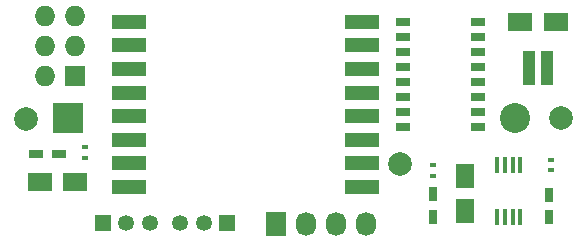
<source format=gts>
G04 #@! TF.FileFunction,Soldermask,Top*
%FSLAX46Y46*%
G04 Gerber Fmt 4.6, Leading zero omitted, Abs format (unit mm)*
G04 Created by KiCad (PCBNEW 4.0.4+e1-6308~48~ubuntu16.04.1-stable) date Fri Sep 23 12:35:51 2016*
%MOMM*%
%LPD*%
G01*
G04 APERTURE LIST*
%ADD10C,0.100000*%
%ADD11C,2.000000*%
%ADD12R,2.540000X2.540000*%
%ADD13C,2.540000*%
%ADD14R,0.600000X0.400000*%
%ADD15R,1.501140X2.148840*%
%ADD16R,0.750000X1.200000*%
%ADD17R,1.200000X0.750000*%
%ADD18R,1.270000X0.760000*%
%ADD19R,0.450000X1.450000*%
%ADD20R,3.000000X1.200000*%
%ADD21R,1.000000X3.000000*%
%ADD22C,1.998980*%
%ADD23R,1.727200X1.727200*%
%ADD24O,1.727200X1.727200*%
%ADD25R,2.148840X1.501140*%
%ADD26R,1.350000X1.350000*%
%ADD27C,1.350000*%
%ADD28R,1.727200X2.032000*%
%ADD29O,1.727200X2.032000*%
G04 APERTURE END LIST*
D10*
D11*
X145161000Y-87947500D03*
D12*
X103404000Y-87884000D03*
D13*
X141224000Y-87884000D03*
D14*
X104838500Y-91255000D03*
X104838500Y-90355000D03*
D15*
X136969500Y-92796360D03*
X136969500Y-95798640D03*
D16*
X144145000Y-96327000D03*
X144145000Y-94427000D03*
X134302500Y-94366000D03*
X134302500Y-96266000D03*
D17*
X102613500Y-90932000D03*
X100713500Y-90932000D03*
D14*
X134302500Y-92779000D03*
X134302500Y-91879000D03*
X144272000Y-92334500D03*
X144272000Y-91434500D03*
D18*
X138112500Y-79756000D03*
X131762500Y-79756000D03*
X138112500Y-81026000D03*
X131762500Y-81026000D03*
X138112500Y-82296000D03*
X131762500Y-82296000D03*
X138112500Y-83566000D03*
X131762500Y-83566000D03*
X138112500Y-84836000D03*
X131762500Y-84836000D03*
X138112500Y-86106000D03*
X131762500Y-86106000D03*
X138112500Y-87376000D03*
X131762500Y-87376000D03*
X138112500Y-88646000D03*
X131762500Y-88646000D03*
D19*
X139741000Y-96307000D03*
X140391000Y-96307000D03*
X141041000Y-96307000D03*
X141691000Y-96307000D03*
X141691000Y-91907000D03*
X141041000Y-91907000D03*
X140391000Y-91907000D03*
X139741000Y-91907000D03*
D20*
X108582000Y-79756000D03*
X108582000Y-81756000D03*
X108582000Y-83756000D03*
X108582000Y-85756000D03*
X108582000Y-87756000D03*
X108582000Y-89756000D03*
X108582000Y-91756000D03*
X108582000Y-93756000D03*
X128282000Y-93756000D03*
X128282000Y-91756000D03*
X128282000Y-89756000D03*
X128282000Y-87756000D03*
X128282000Y-85756000D03*
X128282000Y-83756000D03*
X128282000Y-81756000D03*
X128282000Y-79756000D03*
D21*
X142392500Y-83693000D03*
X143992500Y-83693000D03*
D22*
X131508500Y-91821000D03*
D23*
X104013000Y-84328000D03*
D24*
X101473000Y-84328000D03*
X104013000Y-81788000D03*
X101473000Y-81788000D03*
X104013000Y-79248000D03*
X101473000Y-79248000D03*
D25*
X144693640Y-79756000D03*
X141691360Y-79756000D03*
X101010720Y-93345000D03*
X104013000Y-93345000D03*
D26*
X106331000Y-96837500D03*
D27*
X108331000Y-96837500D03*
X110331000Y-96837500D03*
D26*
X116871500Y-96837500D03*
D27*
X114871500Y-96837500D03*
X112871500Y-96837500D03*
D28*
X121031000Y-96901000D03*
D29*
X123571000Y-96901000D03*
X126111000Y-96901000D03*
X128651000Y-96901000D03*
D11*
X99822000Y-88011000D03*
M02*

</source>
